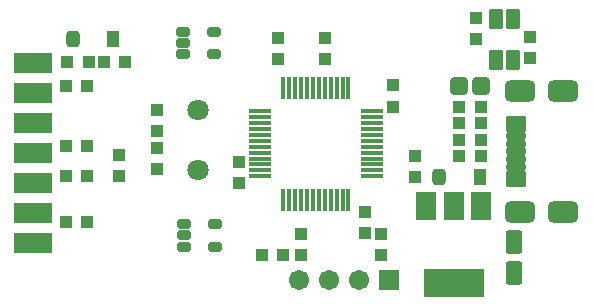
<source format=gts>
G04 Layer_Color=8388736*
%FSLAX43Y43*%
%MOMM*%
G71*
G01*
G75*
%ADD39R,1.524X3.810*%
%ADD40R,1.103X1.003*%
%ADD41R,1.003X1.103*%
G04:AMPARAMS|DCode=42|XSize=1.703mm|YSize=1.203mm|CornerRadius=0.127mm|HoleSize=0mm|Usage=FLASHONLY|Rotation=90.000|XOffset=0mm|YOffset=0mm|HoleType=Round|Shape=RoundedRectangle|*
%AMROUNDEDRECTD42*
21,1,1.703,0.950,0,0,90.0*
21,1,1.450,1.203,0,0,90.0*
1,1,0.253,0.475,0.725*
1,1,0.253,0.475,-0.725*
1,1,0.253,-0.475,-0.725*
1,1,0.253,-0.475,0.725*
%
%ADD42ROUNDEDRECTD42*%
G04:AMPARAMS|DCode=43|XSize=2.003mm|YSize=1.403mm|CornerRadius=0.252mm|HoleSize=0mm|Usage=FLASHONLY|Rotation=90.000|XOffset=0mm|YOffset=0mm|HoleType=Round|Shape=RoundedRectangle|*
%AMROUNDEDRECTD43*
21,1,2.003,0.900,0,0,90.0*
21,1,1.500,1.403,0,0,90.0*
1,1,0.503,0.450,0.750*
1,1,0.503,0.450,-0.750*
1,1,0.503,-0.450,-0.750*
1,1,0.503,-0.450,0.750*
%
%ADD43ROUNDEDRECTD43*%
%ADD44R,1.113X1.423*%
G04:AMPARAMS|DCode=45|XSize=1.113mm|YSize=1.423mm|CornerRadius=0.329mm|HoleSize=0mm|Usage=FLASHONLY|Rotation=180.000|XOffset=0mm|YOffset=0mm|HoleType=Round|Shape=RoundedRectangle|*
%AMROUNDEDRECTD45*
21,1,1.113,0.765,0,0,180.0*
21,1,0.455,1.423,0,0,180.0*
1,1,0.658,-0.228,0.383*
1,1,0.658,0.228,0.383*
1,1,0.658,0.228,-0.383*
1,1,0.658,-0.228,-0.383*
%
%ADD45ROUNDEDRECTD45*%
G04:AMPARAMS|DCode=46|XSize=1.703mm|YSize=0.553mm|CornerRadius=0.137mm|HoleSize=0mm|Usage=FLASHONLY|Rotation=180.000|XOffset=0mm|YOffset=0mm|HoleType=Round|Shape=RoundedRectangle|*
%AMROUNDEDRECTD46*
21,1,1.703,0.280,0,0,180.0*
21,1,1.430,0.553,0,0,180.0*
1,1,0.273,-0.715,0.140*
1,1,0.273,0.715,0.140*
1,1,0.273,0.715,-0.140*
1,1,0.273,-0.715,-0.140*
%
%ADD46ROUNDEDRECTD46*%
G04:AMPARAMS|DCode=47|XSize=1.703mm|YSize=1.403mm|CornerRadius=0.222mm|HoleSize=0mm|Usage=FLASHONLY|Rotation=180.000|XOffset=0mm|YOffset=0mm|HoleType=Round|Shape=RoundedRectangle|*
%AMROUNDEDRECTD47*
21,1,1.703,0.960,0,0,180.0*
21,1,1.260,1.403,0,0,180.0*
1,1,0.443,-0.630,0.480*
1,1,0.443,0.630,0.480*
1,1,0.443,0.630,-0.480*
1,1,0.443,-0.630,-0.480*
%
%ADD47ROUNDEDRECTD47*%
%ADD48R,3.203X1.703*%
G04:AMPARAMS|DCode=49|XSize=0.803mm|YSize=1.203mm|CornerRadius=0.177mm|HoleSize=0mm|Usage=FLASHONLY|Rotation=270.000|XOffset=0mm|YOffset=0mm|HoleType=Round|Shape=RoundedRectangle|*
%AMROUNDEDRECTD49*
21,1,0.803,0.850,0,0,270.0*
21,1,0.450,1.203,0,0,270.0*
1,1,0.353,-0.425,-0.225*
1,1,0.353,-0.425,0.225*
1,1,0.353,0.425,0.225*
1,1,0.353,0.425,-0.225*
%
%ADD49ROUNDEDRECTD49*%
%ADD50R,5.203X2.403*%
%ADD51R,1.703X2.403*%
%ADD52R,1.853X0.457*%
%ADD53R,0.457X1.853*%
G04:AMPARAMS|DCode=54|XSize=1.473mm|YSize=1.473mm|CornerRadius=0.26mm|HoleSize=0mm|Usage=FLASHONLY|Rotation=0.000|XOffset=0mm|YOffset=0mm|HoleType=Round|Shape=RoundedRectangle|*
%AMROUNDEDRECTD54*
21,1,1.473,0.953,0,0,0.0*
21,1,0.953,1.473,0,0,0.0*
1,1,0.521,0.476,-0.476*
1,1,0.521,-0.476,-0.476*
1,1,0.521,-0.476,0.476*
1,1,0.521,0.476,0.476*
%
%ADD54ROUNDEDRECTD54*%
G04:AMPARAMS|DCode=55|XSize=2.603mm|YSize=1.803mm|CornerRadius=0.502mm|HoleSize=0mm|Usage=FLASHONLY|Rotation=180.000|XOffset=0mm|YOffset=0mm|HoleType=Round|Shape=RoundedRectangle|*
%AMROUNDEDRECTD55*
21,1,2.603,0.800,0,0,180.0*
21,1,1.600,1.803,0,0,180.0*
1,1,1.003,-0.800,0.400*
1,1,1.003,0.800,0.400*
1,1,1.003,0.800,-0.400*
1,1,1.003,-0.800,-0.400*
%
%ADD55ROUNDEDRECTD55*%
%ADD56R,1.703X1.703*%
%ADD57C,1.703*%
%ADD58C,1.803*%
%ADD59C,1.203*%
D39*
X134512Y98600D02*
D03*
D40*
X114800Y89800D02*
D03*
X113000D02*
D03*
X129700Y98200D02*
D03*
X131500D02*
D03*
X129700Y99600D02*
D03*
X131500D02*
D03*
X96400Y92600D02*
D03*
X98200D02*
D03*
X96400Y96500D02*
D03*
X98200D02*
D03*
X96400Y104100D02*
D03*
X98200D02*
D03*
X96400Y99100D02*
D03*
X98200D02*
D03*
X129700Y101000D02*
D03*
X131500D02*
D03*
X96500Y106200D02*
D03*
X98300D02*
D03*
X99600D02*
D03*
X101400D02*
D03*
X131500Y102400D02*
D03*
X129700D02*
D03*
D41*
X131100Y109900D02*
D03*
Y108100D02*
D03*
X135700Y108300D02*
D03*
Y106500D02*
D03*
X104100Y100300D02*
D03*
Y102100D02*
D03*
Y98900D02*
D03*
Y97100D02*
D03*
X125900Y96400D02*
D03*
Y98200D02*
D03*
X111000Y97700D02*
D03*
Y95900D02*
D03*
X124100Y102400D02*
D03*
Y104200D02*
D03*
X121700Y91700D02*
D03*
Y93500D02*
D03*
X114300Y108200D02*
D03*
Y106400D02*
D03*
X116300Y91600D02*
D03*
Y89800D02*
D03*
X118300Y108200D02*
D03*
Y106400D02*
D03*
X123100Y89800D02*
D03*
Y91600D02*
D03*
X100900Y96500D02*
D03*
Y98300D02*
D03*
D42*
X132800Y109850D02*
D03*
Y106350D02*
D03*
X134200Y106350D02*
D03*
Y109850D02*
D03*
D43*
X134300Y88300D02*
D03*
Y90900D02*
D03*
D44*
X131400Y96400D02*
D03*
X100400Y108100D02*
D03*
D45*
X128000Y96400D02*
D03*
X97000Y108100D02*
D03*
D46*
X134500Y99900D02*
D03*
Y99250D02*
D03*
Y98600D02*
D03*
Y97950D02*
D03*
Y97300D02*
D03*
D47*
Y100950D02*
D03*
Y96250D02*
D03*
D48*
X93600Y106120D02*
D03*
Y103580D02*
D03*
Y101040D02*
D03*
Y98500D02*
D03*
Y95960D02*
D03*
Y93420D02*
D03*
Y90880D02*
D03*
D49*
X108900Y108750D02*
D03*
X106300Y106850D02*
D03*
Y107800D02*
D03*
Y108750D02*
D03*
X108900Y106850D02*
D03*
X109000Y92450D02*
D03*
X106400Y90550D02*
D03*
Y91500D02*
D03*
Y92450D02*
D03*
X109000Y90550D02*
D03*
D50*
X129200Y87500D02*
D03*
D51*
X126900Y94000D02*
D03*
X129200D02*
D03*
X131500D02*
D03*
D52*
X112800Y102000D02*
D03*
Y101500D02*
D03*
Y101000D02*
D03*
Y100500D02*
D03*
Y100000D02*
D03*
Y99500D02*
D03*
Y99000D02*
D03*
Y98500D02*
D03*
Y98000D02*
D03*
Y97500D02*
D03*
Y97000D02*
D03*
Y96500D02*
D03*
X122300D02*
D03*
Y97000D02*
D03*
Y97500D02*
D03*
Y98000D02*
D03*
Y98500D02*
D03*
Y99000D02*
D03*
Y99500D02*
D03*
Y100000D02*
D03*
Y100500D02*
D03*
Y101000D02*
D03*
Y101500D02*
D03*
Y102000D02*
D03*
D53*
X114800Y94500D02*
D03*
X115300D02*
D03*
X115800D02*
D03*
X116300D02*
D03*
X116800D02*
D03*
X117300D02*
D03*
X117800D02*
D03*
X118300D02*
D03*
X118800D02*
D03*
X119300D02*
D03*
X119800D02*
D03*
X120300D02*
D03*
Y104000D02*
D03*
X119800D02*
D03*
X119300D02*
D03*
X118800D02*
D03*
X118300D02*
D03*
X117800D02*
D03*
X117300D02*
D03*
X116800D02*
D03*
X116300D02*
D03*
X115800D02*
D03*
X115300D02*
D03*
X114800D02*
D03*
D54*
X131553Y104100D02*
D03*
X129648D02*
D03*
D55*
X138500Y93500D02*
D03*
Y103700D02*
D03*
X134800D02*
D03*
Y93500D02*
D03*
D56*
X123700Y87700D02*
D03*
D57*
X121160D02*
D03*
X118620D02*
D03*
X116080D02*
D03*
D58*
X107600Y102080D02*
D03*
Y97000D02*
D03*
D59*
X93600Y106120D02*
D03*
Y101040D02*
D03*
Y90880D02*
D03*
M02*

</source>
